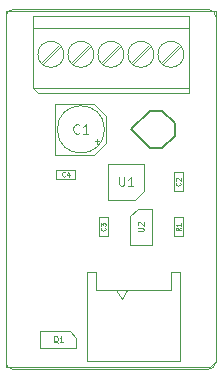
<source format=gbr>
%TF.GenerationSoftware,KiCad,Pcbnew,5.1.6+dfsg1-1~bpo10+1*%
%TF.CreationDate,Date%
%TF.ProjectId,ProMicro_ZPM,50726f4d-6963-4726-9f5f-5a504d2e6b69,v1.0*%
%TF.SameCoordinates,Original*%
%TF.FileFunction,Other,Fab,Top*%
%FSLAX45Y45*%
G04 Gerber Fmt 4.5, Leading zero omitted, Abs format (unit mm)*
G04 Created by KiCad*
%MOMM*%
%LPD*%
G01*
G04 APERTURE LIST*
%TA.AperFunction,Profile*%
%ADD10C,0.100000*%
%TD*%
%ADD11C,0.100000*%
%ADD12C,0.127000*%
%ADD13C,0.120000*%
%ADD14C,0.110000*%
%ADD15C,0.060000*%
%ADD16C,0.075000*%
G04 APERTURE END LIST*
D10*
X-63500Y-127000D02*
G75*
G02*
X-127000Y-63500I0J63500D01*
G01*
X1651000Y-63500D02*
G75*
G02*
X1587500Y-127000I-63500J0D01*
G01*
X1587500Y2921000D02*
G75*
G02*
X1651000Y2857500I0J-63500D01*
G01*
X-127000Y2857500D02*
G75*
G02*
X-63500Y2921000I63500J0D01*
G01*
X-127000Y-63500D02*
X-127000Y2857500D01*
X1587500Y-127000D02*
X-63500Y-127000D01*
X1651000Y2857500D02*
X1651000Y-63500D01*
X-63500Y2921000D02*
X1587500Y2921000D01*
D11*
X708000Y1905000D02*
G75*
G03*
X708000Y1905000I-200000J0D01*
G01*
X293000Y1690000D02*
X293000Y2120000D01*
X623000Y1690000D02*
X293000Y1690000D01*
X623000Y2120000D02*
X293000Y2120000D01*
X723000Y1790000D02*
X723000Y2020000D01*
X723000Y1790000D02*
X623000Y1690000D01*
X723000Y2020000D02*
X623000Y2120000D01*
X665477Y1805000D02*
X625477Y1805000D01*
X645477Y1785000D02*
X645477Y1825000D01*
X964000Y1310500D02*
X739000Y1310500D01*
X739000Y1310500D02*
X739000Y1610500D01*
X739000Y1610500D02*
X1039000Y1610500D01*
X1039000Y1610500D02*
X1039000Y1385500D01*
X1039000Y1385500D02*
X964000Y1310500D01*
X1293500Y1159500D02*
X1373500Y1159500D01*
X1373500Y1159500D02*
X1373500Y999500D01*
X1373500Y999500D02*
X1293500Y999500D01*
X1293500Y999500D02*
X1293500Y1159500D01*
X557500Y701000D02*
X637500Y701000D01*
X637500Y701000D02*
X637500Y541000D01*
X637500Y541000D02*
X1267500Y541000D01*
X1267500Y541000D02*
X1267500Y701000D01*
X1267500Y701000D02*
X1347500Y701000D01*
X557500Y-59000D02*
X1347500Y-59000D01*
X557500Y701000D02*
X557500Y-59000D01*
X1347500Y701000D02*
X1347500Y-59000D01*
X802500Y541000D02*
X852500Y470289D01*
X852500Y470289D02*
X902500Y541000D01*
X738500Y999500D02*
X658500Y999500D01*
X658500Y999500D02*
X658500Y1159500D01*
X658500Y1159500D02*
X738500Y1159500D01*
X738500Y1159500D02*
X738500Y999500D01*
X412500Y197000D02*
X167500Y197000D01*
X469500Y142000D02*
X469500Y57000D01*
X412500Y197000D02*
X469500Y142000D01*
X469500Y57000D02*
X165500Y57000D01*
X165500Y197000D02*
X165500Y57000D01*
X364000Y2540000D02*
G75*
G03*
X364000Y2540000I-110000J0D01*
G01*
X618000Y2540000D02*
G75*
G03*
X618000Y2540000I-110000J0D01*
G01*
X872000Y2540000D02*
G75*
G03*
X872000Y2540000I-110000J0D01*
G01*
X1126000Y2540000D02*
G75*
G03*
X1126000Y2540000I-110000J0D01*
G01*
X1380000Y2540000D02*
G75*
G03*
X1380000Y2540000I-110000J0D01*
G01*
X104000Y2865000D02*
X1420000Y2865000D01*
X1420000Y2865000D02*
X1420000Y2215000D01*
X1420000Y2215000D02*
X144000Y2215000D01*
X144000Y2215000D02*
X104000Y2255000D01*
X104000Y2255000D02*
X104000Y2865000D01*
X104000Y2255000D02*
X1420000Y2255000D01*
X104000Y2765000D02*
X1420000Y2765000D01*
X337500Y2610000D02*
X183900Y2456500D01*
X324100Y2623500D02*
X170500Y2470000D01*
X591500Y2610000D02*
X438000Y2456500D01*
X578100Y2623500D02*
X424600Y2470000D01*
X845500Y2610000D02*
X692000Y2456500D01*
X832100Y2623500D02*
X678600Y2470000D01*
X1099500Y2610000D02*
X946000Y2456500D01*
X1086100Y2623500D02*
X932600Y2470000D01*
X1353500Y2610000D02*
X1200000Y2456500D01*
X1340100Y2623500D02*
X1186600Y2470000D01*
X926000Y1169500D02*
X991000Y1234500D01*
X1106000Y1234500D02*
X991000Y1234500D01*
X926000Y1169500D02*
X926000Y924500D01*
X1106000Y924500D02*
X926000Y924500D01*
X1106000Y1234500D02*
X1106000Y924500D01*
D12*
X930868Y1905000D02*
X1089967Y1745901D01*
X1089967Y1745901D02*
X1196033Y1745901D01*
X1196033Y1745901D02*
X1302099Y1851967D01*
X1302099Y1851967D02*
X1302099Y1958033D01*
X1302099Y1958033D02*
X1196033Y2064099D01*
X1196033Y2064099D02*
X1089967Y2064099D01*
X1089967Y2064099D02*
X930868Y1905000D01*
D11*
X461000Y1564000D02*
X461000Y1484000D01*
X461000Y1484000D02*
X301000Y1484000D01*
X301000Y1484000D02*
X301000Y1564000D01*
X301000Y1564000D02*
X461000Y1564000D01*
X1373500Y1380500D02*
X1293500Y1380500D01*
X1293500Y1380500D02*
X1293500Y1540500D01*
X1293500Y1540500D02*
X1373500Y1540500D01*
X1373500Y1540500D02*
X1373500Y1380500D01*
X-126000Y-110000D02*
X-126000Y2905000D01*
X1604000Y-110000D02*
X-126000Y-110000D01*
X1604000Y-110000D02*
X1651000Y-60000D01*
X1651000Y2905000D02*
X1651000Y-60000D01*
X-126000Y2905000D02*
X1651000Y2905000D01*
D13*
X494667Y1876429D02*
X490857Y1872619D01*
X479428Y1868810D01*
X471809Y1868810D01*
X460381Y1872619D01*
X452762Y1880238D01*
X448952Y1887857D01*
X445143Y1903095D01*
X445143Y1914524D01*
X448952Y1929762D01*
X452762Y1937381D01*
X460381Y1945000D01*
X471809Y1948810D01*
X479428Y1948810D01*
X490857Y1945000D01*
X494667Y1941190D01*
X570857Y1868810D02*
X525143Y1868810D01*
X548000Y1868810D02*
X548000Y1948810D01*
X540381Y1937381D01*
X532762Y1929762D01*
X525143Y1925952D01*
D14*
X831857Y1501571D02*
X831857Y1440857D01*
X835428Y1433714D01*
X839000Y1430143D01*
X846143Y1426571D01*
X860428Y1426571D01*
X867571Y1430143D01*
X871143Y1433714D01*
X874714Y1440857D01*
X874714Y1501571D01*
X949714Y1426571D02*
X906857Y1426571D01*
X928286Y1426571D02*
X928286Y1501571D01*
X921143Y1490857D01*
X914000Y1483714D01*
X906857Y1480143D01*
D15*
X1351595Y1072833D02*
X1332548Y1059500D01*
X1351595Y1049976D02*
X1311595Y1049976D01*
X1311595Y1065214D01*
X1313500Y1069024D01*
X1315405Y1070929D01*
X1319214Y1072833D01*
X1324929Y1072833D01*
X1328738Y1070929D01*
X1330643Y1069024D01*
X1332548Y1065214D01*
X1332548Y1049976D01*
X1351595Y1110929D02*
X1351595Y1088072D01*
X1351595Y1099500D02*
X1311595Y1099500D01*
X1317310Y1095691D01*
X1321119Y1091881D01*
X1323024Y1088072D01*
X712786Y1072833D02*
X714690Y1070929D01*
X716595Y1065214D01*
X716595Y1061405D01*
X714690Y1055691D01*
X710881Y1051881D01*
X707071Y1049976D01*
X699452Y1048071D01*
X693738Y1048071D01*
X686119Y1049976D01*
X682310Y1051881D01*
X678500Y1055691D01*
X676595Y1061405D01*
X676595Y1065214D01*
X678500Y1070929D01*
X680405Y1072833D01*
X676595Y1086167D02*
X676595Y1110929D01*
X691833Y1097595D01*
X691833Y1103310D01*
X693738Y1107119D01*
X695643Y1109024D01*
X699452Y1110929D01*
X708976Y1110929D01*
X712786Y1109024D01*
X714690Y1107119D01*
X716595Y1103310D01*
X716595Y1091881D01*
X714690Y1088072D01*
X712786Y1086167D01*
D16*
X312738Y99619D02*
X307976Y102000D01*
X303214Y106762D01*
X296071Y113905D01*
X291310Y116286D01*
X286548Y116286D01*
X288929Y104381D02*
X284167Y106762D01*
X279405Y111524D01*
X277024Y121048D01*
X277024Y137714D01*
X279405Y147238D01*
X284167Y152000D01*
X288929Y154381D01*
X298452Y154381D01*
X303214Y152000D01*
X307976Y147238D01*
X310357Y137714D01*
X310357Y121048D01*
X307976Y111524D01*
X303214Y106762D01*
X298452Y104381D01*
X288929Y104381D01*
X357976Y104381D02*
X329405Y104381D01*
X343690Y104381D02*
X343690Y154381D01*
X338929Y147238D01*
X334167Y142476D01*
X329405Y140095D01*
X988619Y1041405D02*
X1029095Y1041405D01*
X1033857Y1043786D01*
X1036238Y1046167D01*
X1038619Y1050929D01*
X1038619Y1060452D01*
X1036238Y1065214D01*
X1033857Y1067595D01*
X1029095Y1069976D01*
X988619Y1069976D01*
X993381Y1091405D02*
X991000Y1093786D01*
X988619Y1098548D01*
X988619Y1110452D01*
X991000Y1115214D01*
X993381Y1117595D01*
X998143Y1119976D01*
X1002905Y1119976D01*
X1010048Y1117595D01*
X1038619Y1089024D01*
X1038619Y1119976D01*
D15*
X374333Y1509714D02*
X372428Y1507810D01*
X366714Y1505905D01*
X362905Y1505905D01*
X357190Y1507810D01*
X353381Y1511619D01*
X351476Y1515429D01*
X349571Y1523048D01*
X349571Y1528762D01*
X351476Y1536381D01*
X353381Y1540190D01*
X357190Y1544000D01*
X362905Y1545905D01*
X366714Y1545905D01*
X372428Y1544000D01*
X374333Y1542095D01*
X408619Y1532571D02*
X408619Y1505905D01*
X399095Y1547810D02*
X389571Y1519238D01*
X414333Y1519238D01*
X1347786Y1453833D02*
X1349690Y1451929D01*
X1351595Y1446214D01*
X1351595Y1442405D01*
X1349690Y1436690D01*
X1345881Y1432881D01*
X1342071Y1430976D01*
X1334452Y1429071D01*
X1328738Y1429071D01*
X1321119Y1430976D01*
X1317310Y1432881D01*
X1313500Y1436690D01*
X1311595Y1442405D01*
X1311595Y1446214D01*
X1313500Y1451929D01*
X1315405Y1453833D01*
X1315405Y1469071D02*
X1313500Y1470976D01*
X1311595Y1474786D01*
X1311595Y1484310D01*
X1313500Y1488119D01*
X1315405Y1490024D01*
X1319214Y1491929D01*
X1323024Y1491929D01*
X1328738Y1490024D01*
X1351595Y1467167D01*
X1351595Y1491929D01*
M02*

</source>
